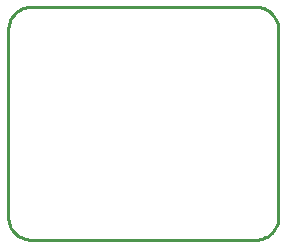
<source format=gbr>
G04 EAGLE Gerber RS-274X export*
G75*
%MOMM*%
%FSLAX34Y34*%
%LPD*%
%IN*%
%IPPOS*%
%AMOC8*
5,1,8,0,0,1.08239X$1,22.5*%
G01*
%ADD10C,0.254000*%


D10*
X0Y25400D02*
X73Y23740D01*
X289Y22092D01*
X649Y20470D01*
X1149Y18885D01*
X1785Y17349D01*
X2552Y15875D01*
X3445Y14473D01*
X4457Y13155D01*
X5580Y11930D01*
X6805Y10807D01*
X8123Y9795D01*
X9525Y8902D01*
X10999Y8135D01*
X12535Y7499D01*
X14120Y6999D01*
X15742Y6639D01*
X17390Y6423D01*
X19050Y6350D01*
X209550Y6350D01*
X211210Y6423D01*
X212858Y6639D01*
X214481Y6999D01*
X216065Y7499D01*
X217601Y8135D01*
X219075Y8902D01*
X220477Y9795D01*
X221795Y10807D01*
X223020Y11930D01*
X224143Y13155D01*
X225155Y14473D01*
X226048Y15875D01*
X226815Y17349D01*
X227451Y18885D01*
X227951Y20470D01*
X228311Y22092D01*
X228528Y23740D01*
X228600Y25400D01*
X228600Y184150D01*
X228528Y185810D01*
X228311Y187458D01*
X227951Y189081D01*
X227451Y190665D01*
X226815Y192201D01*
X226048Y193675D01*
X225155Y195077D01*
X224143Y196395D01*
X223020Y197620D01*
X221795Y198743D01*
X220477Y199755D01*
X219075Y200648D01*
X217601Y201415D01*
X216065Y202051D01*
X214481Y202551D01*
X212858Y202911D01*
X211210Y203128D01*
X209550Y203200D01*
X19050Y203200D01*
X17390Y203128D01*
X15742Y202911D01*
X14120Y202551D01*
X12535Y202051D01*
X10999Y201415D01*
X9525Y200648D01*
X8123Y199755D01*
X6805Y198743D01*
X5580Y197620D01*
X4457Y196395D01*
X3445Y195077D01*
X2552Y193675D01*
X1785Y192201D01*
X1149Y190665D01*
X649Y189081D01*
X289Y187458D01*
X73Y185810D01*
X0Y184150D01*
X0Y25400D01*
M02*

</source>
